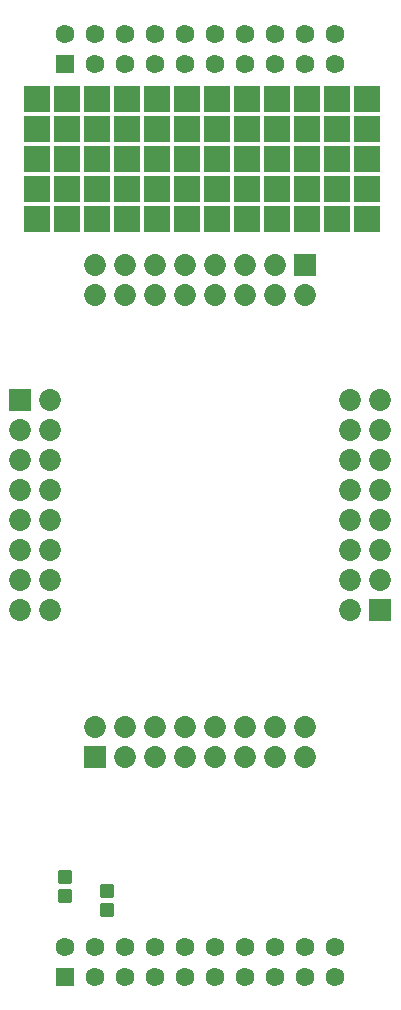
<source format=gbr>
%TF.GenerationSoftware,Altium Limited,Altium Designer,23.4.1 (23)*%
G04 Layer_Color=16711935*
%FSLAX45Y45*%
%MOMM*%
%TF.SameCoordinates,2443AD3D-16DC-45C5-9BCC-0FA72C26467A*%
%TF.FilePolarity,Negative*%
%TF.FileFunction,Soldermask,Bot*%
%TF.Part,Single*%
G01*
G75*
%TA.AperFunction,ComponentPad*%
%ADD33R,1.85320X1.85320*%
%ADD34C,1.85320*%
%TA.AperFunction,ViaPad*%
%ADD35R,2.20320X2.20320*%
%TA.AperFunction,ComponentPad*%
%ADD36R,1.85320X1.85320*%
%ADD37R,1.59320X1.59320*%
%ADD38C,1.59320*%
%TA.AperFunction,SMDPad,CuDef*%
G04:AMPARAMS|DCode=39|XSize=1.1432mm|YSize=1.2232mm|CornerRadius=0.1956mm|HoleSize=0mm|Usage=FLASHONLY|Rotation=90.000|XOffset=0mm|YOffset=0mm|HoleType=Round|Shape=RoundedRectangle|*
%AMROUNDEDRECTD39*
21,1,1.14320,0.83200,0,0,90.0*
21,1,0.75200,1.22320,0,0,90.0*
1,1,0.39120,0.41600,0.37600*
1,1,0.39120,0.41600,-0.37600*
1,1,0.39120,-0.41600,-0.37600*
1,1,0.39120,-0.41600,0.37600*
%
%ADD39ROUNDEDRECTD39*%
D33*
X761000Y2368000D02*
D03*
X2539000Y6532000D02*
D03*
D34*
X761000Y2622000D02*
D03*
X1015000Y2368000D02*
D03*
Y2622000D02*
D03*
X1269000Y2368000D02*
D03*
Y2622000D02*
D03*
X1523000Y2368000D02*
D03*
Y2622000D02*
D03*
X1777000Y2368000D02*
D03*
Y2622000D02*
D03*
X2031000Y2368000D02*
D03*
Y2622000D02*
D03*
X2285000Y2368000D02*
D03*
Y2622000D02*
D03*
X2539000Y2368000D02*
D03*
Y2622000D02*
D03*
Y6278000D02*
D03*
X2285000Y6532000D02*
D03*
Y6278000D02*
D03*
X2031000Y6532000D02*
D03*
Y6278000D02*
D03*
X1777000Y6532000D02*
D03*
Y6278000D02*
D03*
X1523000Y6532000D02*
D03*
Y6278000D02*
D03*
X1269000Y6532000D02*
D03*
Y6278000D02*
D03*
X1015000Y6532000D02*
D03*
Y6278000D02*
D03*
X761000Y6532000D02*
D03*
Y6278000D02*
D03*
X381000Y5389000D02*
D03*
X127000Y5135000D02*
D03*
X381000D02*
D03*
X127000Y4881000D02*
D03*
X381000D02*
D03*
X127000Y4627000D02*
D03*
X381000D02*
D03*
X127000Y4373000D02*
D03*
X381000D02*
D03*
X127000Y4119000D02*
D03*
X381000D02*
D03*
X127000Y3865000D02*
D03*
X381000D02*
D03*
X127000Y3611000D02*
D03*
X381000D02*
D03*
X2919000D02*
D03*
X3173000Y3865000D02*
D03*
X2919000D02*
D03*
X3173000Y4119000D02*
D03*
X2919000D02*
D03*
X3173000Y4373000D02*
D03*
X2919000D02*
D03*
X3173000Y4627000D02*
D03*
X2919000D02*
D03*
X3173000Y4881000D02*
D03*
X2919000D02*
D03*
X3173000Y5135000D02*
D03*
X2919000D02*
D03*
X3173000Y5389000D02*
D03*
X2919000D02*
D03*
D35*
X2555875Y6921500D02*
D03*
X2301875D02*
D03*
X2809875D02*
D03*
X3063875D02*
D03*
X1539875D02*
D03*
X1793875D02*
D03*
X2047875D02*
D03*
X1285875D02*
D03*
X777875D02*
D03*
X523875D02*
D03*
X1031875D02*
D03*
X269875D02*
D03*
X2555875Y7175500D02*
D03*
X2301875D02*
D03*
X2809875D02*
D03*
X3063875D02*
D03*
X1539875D02*
D03*
X1793875D02*
D03*
X2047875D02*
D03*
X1285875D02*
D03*
X777875D02*
D03*
X523875D02*
D03*
X1031875D02*
D03*
X269875D02*
D03*
Y7429500D02*
D03*
X1031875D02*
D03*
X523875D02*
D03*
X777875D02*
D03*
X1285875D02*
D03*
X2047875D02*
D03*
X1793875D02*
D03*
X1539875D02*
D03*
X3063875D02*
D03*
X2809875D02*
D03*
X2301875D02*
D03*
X2555875D02*
D03*
X2301875Y7937500D02*
D03*
Y7683500D02*
D03*
X2555875D02*
D03*
Y7937500D02*
D03*
X3063875D02*
D03*
Y7683500D02*
D03*
X2809875D02*
D03*
Y7937500D02*
D03*
X1285875D02*
D03*
Y7683500D02*
D03*
X1539875D02*
D03*
Y7937500D02*
D03*
X2047875D02*
D03*
Y7683500D02*
D03*
X1793875D02*
D03*
Y7937500D02*
D03*
X777875D02*
D03*
Y7683500D02*
D03*
X1031875D02*
D03*
Y7937500D02*
D03*
X523875D02*
D03*
Y7683500D02*
D03*
X269875D02*
D03*
Y7937500D02*
D03*
D36*
X127000Y5389000D02*
D03*
X3173000Y3611000D02*
D03*
D37*
X508000Y8238000D02*
D03*
Y508000D02*
D03*
D38*
Y8492000D02*
D03*
X762000Y8238000D02*
D03*
Y8492000D02*
D03*
X1016000Y8238000D02*
D03*
Y8492000D02*
D03*
X1270000Y8238000D02*
D03*
Y8492000D02*
D03*
X1524000Y8238000D02*
D03*
Y8492000D02*
D03*
X1778000Y8238000D02*
D03*
Y8492000D02*
D03*
X2032000Y8238000D02*
D03*
Y8492000D02*
D03*
X2286000Y8238000D02*
D03*
Y8492000D02*
D03*
X2540000Y8238000D02*
D03*
Y8492000D02*
D03*
X2794000Y8238000D02*
D03*
Y8492000D02*
D03*
X508000Y762000D02*
D03*
X762000Y508000D02*
D03*
Y762000D02*
D03*
X1016000Y508000D02*
D03*
Y762000D02*
D03*
X1270000Y508000D02*
D03*
Y762000D02*
D03*
X1524000Y508000D02*
D03*
Y762000D02*
D03*
X1778000Y508000D02*
D03*
Y762000D02*
D03*
X2032000Y508000D02*
D03*
Y762000D02*
D03*
X2286000Y508000D02*
D03*
Y762000D02*
D03*
X2540000Y508000D02*
D03*
Y762000D02*
D03*
X2794000Y508000D02*
D03*
Y762000D02*
D03*
D39*
X508000Y1191000D02*
D03*
Y1349000D02*
D03*
X861500Y1233490D02*
D03*
Y1075489D02*
D03*
%TF.MD5,a310f9bbdfdebda1e8f7a371f4ffb7fa*%
M02*

</source>
